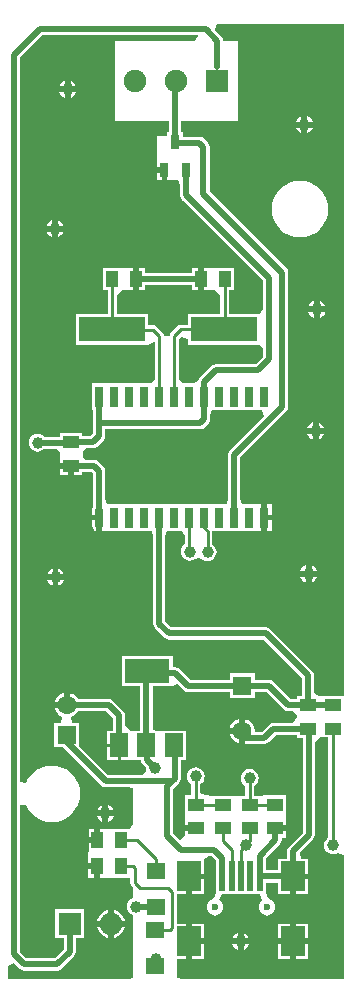
<source format=gtl>
G04*
G04 #@! TF.GenerationSoftware,Altium Limited,Altium Designer,19.0.9 (268)*
G04*
G04 Layer_Physical_Order=1*
G04 Layer_Color=255*
%FSLAX25Y25*%
%MOIN*%
G70*
G01*
G75*
%ADD17C,0.01000*%
%ADD36R,0.03937X0.05709*%
%ADD37R,0.05906X0.05512*%
%ADD38R,0.01968X0.09843*%
%ADD39R,0.07874X0.09843*%
%ADD40R,0.15000X0.07900*%
%ADD41R,0.05900X0.07900*%
%ADD42R,0.05315X0.04331*%
%ADD43R,0.02756X0.07087*%
G04:AMPARAMS|DCode=44|XSize=27.56mil|YSize=70.87mil|CornerRadius=6.89mil|HoleSize=0mil|Usage=FLASHONLY|Rotation=180.000|XOffset=0mil|YOffset=0mil|HoleType=Round|Shape=RoundedRectangle|*
%AMROUNDEDRECTD44*
21,1,0.02756,0.05709,0,0,180.0*
21,1,0.01378,0.07087,0,0,180.0*
1,1,0.01378,-0.00689,0.02854*
1,1,0.01378,0.00689,0.02854*
1,1,0.01378,0.00689,-0.02854*
1,1,0.01378,-0.00689,-0.02854*
%
%ADD44ROUNDEDRECTD44*%
%ADD45R,0.05709X0.03937*%
%ADD46R,0.04331X0.05315*%
%ADD47R,0.22047X0.08268*%
%ADD48R,0.03150X0.05118*%
%ADD49C,0.01968*%
%ADD50C,0.07480*%
%ADD51R,0.07480X0.07480*%
%ADD52C,0.02362*%
%ADD53C,0.06299*%
%ADD54R,0.06299X0.06299*%
%ADD55C,0.03937*%
G36*
X64362Y315748D02*
X63310Y313779D01*
X36909D01*
Y287205D01*
X54867D01*
Y283677D01*
X54216D01*
Y282382D01*
X50772Y282382D01*
X50772Y274622D01*
X50673D01*
Y272047D01*
X53248D01*
Y271063D01*
X54232D01*
Y267504D01*
X55791D01*
X55823Y267504D01*
X57760D01*
X58508Y265832D01*
Y262500D01*
X58662Y261726D01*
X59101Y261069D01*
X86067Y234103D01*
Y224498D01*
X85055Y222949D01*
X84099Y222949D01*
X74856D01*
Y230791D01*
X76492D01*
Y238106D01*
X70587D01*
X70161Y238106D01*
X68618D01*
X68193Y238106D01*
X66437D01*
Y234449D01*
Y230791D01*
X68193D01*
X68618Y230791D01*
X70161D01*
X71797Y229324D01*
Y222949D01*
X61008D01*
Y219344D01*
X58661D01*
X58076Y219228D01*
X57580Y218896D01*
X55474Y216790D01*
X55142Y216294D01*
X55026Y215709D01*
X53084Y215669D01*
X52968Y216255D01*
X52637Y216751D01*
X50589Y218798D01*
X50093Y219129D01*
X49508Y219246D01*
X47653D01*
Y222949D01*
X37356D01*
Y229423D01*
X38992Y230890D01*
X40535D01*
X40961Y230890D01*
X42717D01*
Y234547D01*
Y238205D01*
X40961D01*
X40535Y238205D01*
X38992D01*
X38567Y238205D01*
X32661D01*
Y230890D01*
X34297D01*
Y222949D01*
X23606D01*
Y212681D01*
X47653D01*
Y212694D01*
X49622Y213746D01*
X50026Y213476D01*
Y201378D01*
X48933Y199862D01*
X47209Y199862D01*
X44177Y199862D01*
X42209Y199862D01*
X39177Y199862D01*
X37209Y199862D01*
X34177Y199862D01*
X32209Y199862D01*
X29177D01*
Y190776D01*
X29532D01*
Y186614D01*
Y183180D01*
X28493Y182141D01*
X25705D01*
Y183382D01*
X18390D01*
Y182043D01*
X13115D01*
X13042Y182137D01*
X12422Y182613D01*
X11700Y182912D01*
X10925Y183014D01*
X10150Y182912D01*
X9428Y182613D01*
X8808Y182137D01*
X8332Y181517D01*
X8033Y180795D01*
X7931Y180020D01*
X8033Y179245D01*
X8332Y178523D01*
X8808Y177902D01*
X9428Y177427D01*
X10150Y177128D01*
X10925Y177026D01*
X11700Y177128D01*
X12422Y177427D01*
X13042Y177902D01*
X13115Y177997D01*
X17444D01*
X18390Y177051D01*
Y175508D01*
X18390Y175083D01*
Y173327D01*
X22047D01*
Y172343D01*
X23031D01*
Y169177D01*
X25705D01*
Y170319D01*
X28985D01*
X29532Y169772D01*
Y158973D01*
X29275Y158588D01*
X29144Y157929D01*
Y156059D01*
X31555D01*
Y155075D01*
X32539D01*
Y150503D01*
X34198Y150531D01*
X35334Y150531D01*
X38933Y150531D01*
X40902Y150531D01*
X43933Y150531D01*
X45902Y150531D01*
X48933Y150531D01*
X49532Y148811D01*
Y119606D01*
X49686Y118832D01*
X50125Y118176D01*
X53294Y115006D01*
X53950Y114568D01*
X54724Y114414D01*
X86268D01*
X99060Y101623D01*
Y95685D01*
X97425D01*
Y94641D01*
X95228D01*
X89403Y100466D01*
X88747Y100905D01*
X87972Y101059D01*
X83284D01*
Y103185D01*
X74984D01*
Y100940D01*
X61980D01*
X58274Y104646D01*
X57618Y105085D01*
X56844Y105238D01*
X56044D01*
Y108885D01*
X39044D01*
Y98985D01*
X45221D01*
Y84085D01*
X42094Y84086D01*
X40167Y85574D01*
Y89120D01*
X40013Y89894D01*
X39575Y90550D01*
X36096Y94029D01*
X35440Y94468D01*
X34665Y94622D01*
X24323D01*
X24294Y94691D01*
X23629Y95558D01*
X22762Y96223D01*
X21753Y96641D01*
X21654Y96654D01*
Y92598D01*
X20669D01*
Y91614D01*
X16613D01*
X16626Y91515D01*
X17045Y90506D01*
X17710Y89639D01*
X18577Y88974D01*
X19198Y88717D01*
X18806Y86748D01*
X16520D01*
Y78449D01*
X19477D01*
X32188Y65739D01*
X32844Y65300D01*
X33618Y65146D01*
X40936D01*
X42827Y64961D01*
Y52817D01*
X41748Y51295D01*
X35842D01*
X35811Y51295D01*
X33874D01*
X33843Y51295D01*
X31890D01*
Y47441D01*
X30906D01*
Y46457D01*
X27937D01*
Y44561D01*
X27839Y42634D01*
X27839Y41659D01*
Y39764D01*
X30807D01*
Y38780D01*
X31791D01*
Y34925D01*
X33744D01*
X33776Y34925D01*
X35713D01*
X35744Y34925D01*
X41650D01*
X41876Y33268D01*
X41993Y32682D01*
X42324Y32186D01*
X42827Y31683D01*
Y28314D01*
X42105Y28015D01*
X41485Y27539D01*
X41009Y26919D01*
X40710Y26197D01*
X40608Y25422D01*
X40710Y24647D01*
X41009Y23925D01*
X41485Y23304D01*
X42105Y22829D01*
X42827Y22530D01*
Y1575D01*
X41006Y1220D01*
X1220D01*
Y5635D01*
X3189Y6450D01*
X4967Y4672D01*
X5623Y4233D01*
X6398Y4079D01*
X17520D01*
X18294Y4233D01*
X18950Y4672D01*
X23056Y8778D01*
X23495Y9434D01*
X23649Y10208D01*
Y14945D01*
X26394D01*
Y24425D01*
X16913D01*
Y14945D01*
X19602D01*
Y11046D01*
X16682Y8125D01*
X7236D01*
X5074Y10287D01*
Y59105D01*
X7043Y59397D01*
X7046Y59387D01*
X7916Y57759D01*
X9087Y56332D01*
X10515Y55160D01*
X12143Y54290D01*
X13910Y53754D01*
X15748Y53573D01*
X17586Y53754D01*
X19353Y54290D01*
X20981Y55160D01*
X22409Y56332D01*
X23580Y57759D01*
X24450Y59387D01*
X24986Y61155D01*
X25167Y62992D01*
X24986Y64830D01*
X24450Y66597D01*
X23580Y68225D01*
X22409Y69653D01*
X20981Y70824D01*
X19353Y71694D01*
X17586Y72230D01*
X15748Y72412D01*
X13910Y72230D01*
X12143Y71694D01*
X10515Y70824D01*
X9087Y69653D01*
X7916Y68225D01*
X7046Y66597D01*
X7043Y66587D01*
X5074Y66879D01*
X5074Y308300D01*
X12566Y315792D01*
X64333D01*
X64362Y315748D01*
D02*
G37*
G36*
X61008Y214430D02*
Y212681D01*
X84099D01*
X85055Y212681D01*
X86067Y211132D01*
Y208614D01*
X83611Y206157D01*
X70294D01*
X69520Y206003D01*
X68864Y205564D01*
X65125Y201825D01*
X64869Y201443D01*
X64686Y201169D01*
X63632Y200120D01*
X62784Y199862D01*
X62209Y199862D01*
X59177Y199862D01*
X58084Y201378D01*
Y214482D01*
X59039Y215320D01*
X61008Y214430D01*
D02*
G37*
G36*
X83933Y190776D02*
X85835Y190776D01*
X86588Y188957D01*
X75125Y177494D01*
X74686Y176837D01*
X74532Y176063D01*
Y161339D01*
X73933Y159618D01*
X72209Y159618D01*
X69177Y159618D01*
X67209Y159618D01*
X64177Y159618D01*
X62209Y159618D01*
X59177Y159618D01*
X57209Y159618D01*
X54177Y159618D01*
X52209Y159618D01*
X49177Y159618D01*
X47347Y159618D01*
X44177Y159618D01*
X42209Y159618D01*
X39177Y159618D01*
X37209Y159618D01*
X34177Y159618D01*
X33578Y161338D01*
Y170610D01*
X33424Y171384D01*
X32986Y172041D01*
X31253Y173773D01*
X30597Y174212D01*
X29823Y174366D01*
X26847D01*
X25962Y175251D01*
X26120Y177304D01*
X27417Y178095D01*
X29331D01*
X30105Y178249D01*
X30761Y178688D01*
X32986Y180912D01*
X33424Y181568D01*
X33578Y182343D01*
Y184591D01*
X65256D01*
X66030Y184745D01*
X66686Y185184D01*
X67986Y186483D01*
X68424Y187139D01*
X68578Y187913D01*
Y189055D01*
X69177Y190776D01*
X70902Y190776D01*
X73933Y190776D01*
X75902Y190776D01*
X78933Y190776D01*
X80902Y190776D01*
X83933Y190776D01*
D02*
G37*
G36*
X112953Y95587D02*
X105496D01*
Y95587D01*
X104740Y95685D01*
X103106Y96492D01*
Y102461D01*
X102952Y103235D01*
X102513Y103891D01*
X88537Y117868D01*
X87880Y118306D01*
X87106Y118460D01*
X55562D01*
X53578Y120444D01*
Y148811D01*
X54177Y150531D01*
X55902Y150532D01*
X58933Y150531D01*
X60026Y149016D01*
Y146224D01*
X59497Y145818D01*
X59021Y145198D01*
X58722Y144476D01*
X58620Y143701D01*
X58722Y142926D01*
X59021Y142204D01*
X59497Y141584D01*
X60117Y141108D01*
X60839Y140809D01*
X61614Y140707D01*
X62249Y140790D01*
X62389Y140809D01*
X62389Y140809D01*
X62748Y140957D01*
X63505Y141192D01*
X64614Y141428D01*
X64627Y141429D01*
X65556Y141173D01*
X66271Y140956D01*
X66846Y140717D01*
X66847Y140717D01*
X67043Y140691D01*
X67621Y140615D01*
X68396Y140717D01*
X69118Y141016D01*
X69739Y141492D01*
X70214Y142112D01*
X70513Y142834D01*
X70616Y143609D01*
X70513Y144384D01*
X70214Y145106D01*
X69739Y145727D01*
X69151Y146177D01*
Y148574D01*
X69177Y150489D01*
X71102Y150532D01*
X73933Y150531D01*
X75902Y150532D01*
X78933Y150531D01*
X80902Y150532D01*
X83933Y150531D01*
X85571Y150532D01*
Y155075D01*
Y159618D01*
X84177Y159618D01*
X82209Y159618D01*
X79177Y159618D01*
X78578Y161339D01*
Y175225D01*
X93950Y190597D01*
X94389Y191253D01*
X94543Y192028D01*
Y236713D01*
X94389Y237487D01*
X93950Y238143D01*
X68263Y263830D01*
Y278642D01*
X68109Y279416D01*
X67671Y280072D01*
X66293Y281450D01*
X65636Y281889D01*
X64862Y282043D01*
X59366D01*
Y283677D01*
X58913D01*
Y287205D01*
X77756D01*
X77658Y287303D01*
Y313779D01*
X72889D01*
Y313976D01*
X72735Y314751D01*
X72297Y315407D01*
X70026Y317677D01*
X70842Y319646D01*
X112953D01*
Y95587D01*
D02*
G37*
G36*
X59711Y97487D02*
X60368Y97048D01*
X61142Y96894D01*
X74984D01*
Y94886D01*
X83284D01*
Y97012D01*
X87134D01*
X92959Y91188D01*
X93616Y90749D01*
X94390Y90595D01*
X95971D01*
X97425Y89354D01*
Y88637D01*
X95930Y86669D01*
X89508D01*
X88734Y86515D01*
X88077Y86076D01*
X85717Y83716D01*
X83599D01*
X83319Y84035D01*
X83177Y85119D01*
X82758Y86128D01*
X82093Y86995D01*
X81227Y87660D01*
X80217Y88078D01*
X80118Y88091D01*
Y84035D01*
Y79670D01*
X86555D01*
X87329Y79824D01*
X87986Y80262D01*
X90346Y82623D01*
X97425D01*
Y81480D01*
X99355D01*
Y50051D01*
X94632Y45328D01*
X94194Y44672D01*
X94040Y43898D01*
Y41354D01*
X91126D01*
Y37456D01*
X87063D01*
Y41485D01*
X91686Y46109D01*
X92125Y46765D01*
X92279Y47539D01*
Y48318D01*
X93913D01*
Y50499D01*
X90256D01*
Y52468D01*
X93913D01*
Y54224D01*
X93913Y54649D01*
Y56192D01*
X93913Y56618D01*
Y62523D01*
X87449D01*
X86598Y62523D01*
X86598Y62523D01*
X85547Y62361D01*
Y62361D01*
X83222D01*
Y65640D01*
X83810Y66092D01*
X84286Y66712D01*
X84585Y67434D01*
X84687Y68209D01*
X84585Y68984D01*
X84286Y69706D01*
X83810Y70326D01*
X83190Y70802D01*
X82468Y71101D01*
X81693Y71203D01*
X80918Y71101D01*
X80196Y70802D01*
X79576Y70326D01*
X79100Y69706D01*
X78801Y68984D01*
X78699Y68209D01*
X78801Y67434D01*
X79100Y66712D01*
X79576Y66092D01*
X80164Y65640D01*
Y62361D01*
X77839Y62361D01*
X76492D01*
X75870Y62361D01*
X68783D01*
Y62361D01*
X67339Y62523D01*
Y62523D01*
X67179D01*
X65210Y63240D01*
Y66231D01*
X65798Y66682D01*
X66274Y67302D01*
X66573Y68024D01*
X66675Y68799D01*
X66573Y69574D01*
X66274Y70296D01*
X65798Y70916D01*
X65178Y71392D01*
X64456Y71691D01*
X63681Y71793D01*
X62906Y71691D01*
X62184Y71392D01*
X61564Y70916D01*
X61088Y70296D01*
X60789Y69574D01*
X60687Y68799D01*
X60789Y68024D01*
X61088Y67302D01*
X61564Y66682D01*
X62152Y66231D01*
Y62523D01*
X60024D01*
Y56617D01*
X60024Y56192D01*
Y54649D01*
X60024Y54224D01*
Y52468D01*
X63681D01*
Y50499D01*
X60024D01*
Y48771D01*
X58312Y47699D01*
X56157Y49854D01*
Y64756D01*
X58025Y66624D01*
X58464Y67280D01*
X58618Y68055D01*
Y74185D01*
X60294D01*
Y84085D01*
X52394D01*
Y84086D01*
X51236D01*
X49267Y84186D01*
Y98985D01*
X56044D01*
Y98985D01*
X57577Y99621D01*
X59711Y97487D01*
D02*
G37*
G36*
X107919Y48434D02*
X107332Y47983D01*
X106856Y47363D01*
X106557Y46641D01*
X106455Y45866D01*
X106557Y45091D01*
X106856Y44369D01*
X107332Y43749D01*
X107952Y43273D01*
X108674Y42974D01*
X109449Y42872D01*
X110224Y42974D01*
X110946Y43273D01*
X110984Y43303D01*
X112833Y42562D01*
X112953Y42450D01*
Y1220D01*
X59399D01*
X57577Y1575D01*
Y7858D01*
X60433D01*
Y13780D01*
Y19701D01*
X57577D01*
Y29512D01*
X60433D01*
Y35433D01*
X61417D01*
Y36417D01*
X66354D01*
Y41354D01*
X67944Y42268D01*
X69044D01*
X70418Y40894D01*
Y35433D01*
X70457Y35238D01*
X70457Y29928D01*
D01*
X70439Y29840D01*
X69692Y28181D01*
X69692Y28181D01*
X69167Y27889D01*
X68681Y27618D01*
X68102Y27174D01*
X67658Y26595D01*
X67378Y25920D01*
X67283Y25197D01*
X67378Y24473D01*
X67658Y23799D01*
X68102Y23220D01*
X68681Y22776D01*
X69355Y22497D01*
X70079Y22401D01*
X70802Y22497D01*
X71477Y22776D01*
X72056Y23220D01*
X72500Y23799D01*
X72779Y24473D01*
X72874Y25197D01*
X72779Y25920D01*
X72500Y26595D01*
X72056Y27174D01*
X71589Y27532D01*
X71574Y27543D01*
X71560Y27746D01*
X72361Y29512D01*
X85120D01*
X85921Y27746D01*
X85907Y27543D01*
X85891Y27532D01*
X85425Y27174D01*
X84981Y26595D01*
X84701Y25920D01*
X84606Y25197D01*
X84701Y24473D01*
X84981Y23799D01*
X85425Y23220D01*
X86004Y22776D01*
X86678Y22497D01*
X87402Y22401D01*
X88125Y22497D01*
X88799Y22776D01*
X89378Y23220D01*
X89823Y23799D01*
X90102Y24473D01*
X90197Y25197D01*
X90102Y25920D01*
X89823Y26595D01*
X89378Y27174D01*
X88799Y27618D01*
X88314Y27889D01*
X87789Y28181D01*
X87788Y28181D01*
X87041Y29840D01*
X87024Y29928D01*
Y29928D01*
X87024Y30439D01*
Y33410D01*
X91126D01*
Y29512D01*
X95079D01*
Y35433D01*
X96063D01*
Y36417D01*
X101000D01*
Y41354D01*
X98721D01*
X98349Y43323D01*
X102808Y47782D01*
X103247Y48438D01*
X103401Y49213D01*
Y80067D01*
X104740Y81480D01*
X105496Y81776D01*
Y81776D01*
X105496Y81776D01*
X107919D01*
Y48434D01*
D02*
G37*
G36*
X36121Y88282D02*
Y84085D01*
X34194D01*
Y79635D01*
X38144D01*
Y79135D01*
X38644D01*
Y74185D01*
X41326D01*
X43294Y74185D01*
X44063Y74185D01*
X45364D01*
X45473Y73635D01*
X45912Y72979D01*
X47120Y71771D01*
X47104Y71653D01*
X47169Y71161D01*
X46954Y70554D01*
X45912Y69211D01*
X45881Y69192D01*
X34456D01*
X24819Y78830D01*
Y86748D01*
X22533D01*
X22141Y88717D01*
X22762Y88974D01*
X23629Y89639D01*
X24294Y90506D01*
X24323Y90575D01*
X33827D01*
X36121Y88282D01*
D02*
G37*
%LPC*%
G36*
X21949Y300640D02*
Y298819D01*
X23770D01*
X23558Y299332D01*
X23082Y299952D01*
X22462Y300428D01*
X21949Y300640D01*
D02*
G37*
G36*
X19980D02*
X19467Y300428D01*
X18847Y299952D01*
X18372Y299332D01*
X18159Y298819D01*
X19980D01*
Y300640D01*
D02*
G37*
G36*
X23770Y296850D02*
X21949D01*
Y295029D01*
X22462Y295242D01*
X23082Y295718D01*
X23558Y296338D01*
X23770Y296850D01*
D02*
G37*
G36*
X19980D02*
X18159D01*
X18372Y296338D01*
X18847Y295718D01*
X19467Y295242D01*
X19980Y295029D01*
Y296850D01*
D02*
G37*
G36*
X52264Y270079D02*
X50673D01*
Y267504D01*
X52264D01*
Y270079D01*
D02*
G37*
G36*
X17717Y254183D02*
Y252362D01*
X19538D01*
X19325Y252875D01*
X18849Y253495D01*
X18229Y253971D01*
X17717Y254183D01*
D02*
G37*
G36*
X15748D02*
X15235Y253971D01*
X14615Y253495D01*
X14139Y252875D01*
X13927Y252362D01*
X15748D01*
Y254183D01*
D02*
G37*
G36*
X19538Y250394D02*
X17717D01*
Y248573D01*
X18229Y248785D01*
X18849Y249261D01*
X19325Y249881D01*
X19538Y250394D01*
D02*
G37*
G36*
X15748D02*
X13927D01*
X14139Y249881D01*
X14615Y249261D01*
X15235Y248785D01*
X15748Y248573D01*
Y250394D01*
D02*
G37*
G36*
X44685Y238205D02*
Y234547D01*
Y230890D01*
X46866D01*
Y232426D01*
X62287D01*
Y230791D01*
X64468D01*
Y234449D01*
Y238106D01*
X62287D01*
Y236472D01*
X46866D01*
Y238205D01*
X44685D01*
D02*
G37*
G36*
X21063Y171358D02*
X18390D01*
Y169177D01*
X21063D01*
Y171358D01*
D02*
G37*
G36*
X30571Y154091D02*
X29144D01*
Y152220D01*
X29275Y151561D01*
X29649Y151003D01*
X30207Y150629D01*
X30571Y150557D01*
Y154091D01*
D02*
G37*
G36*
X17913Y138042D02*
Y136221D01*
X19735D01*
X19522Y136733D01*
X19046Y137353D01*
X18426Y137829D01*
X17913Y138042D01*
D02*
G37*
G36*
X15945D02*
X15432Y137829D01*
X14812Y137353D01*
X14336Y136733D01*
X14124Y136221D01*
X15945D01*
Y138042D01*
D02*
G37*
G36*
X19735Y134252D02*
X17913D01*
Y132431D01*
X18426Y132643D01*
X19046Y133119D01*
X19522Y133739D01*
X19735Y134252D01*
D02*
G37*
G36*
X15945D02*
X14124D01*
X14336Y133739D01*
X14812Y133119D01*
X15432Y132643D01*
X15945Y132431D01*
Y134252D01*
D02*
G37*
G36*
X19685Y96654D02*
X19586Y96641D01*
X18577Y96223D01*
X17710Y95558D01*
X17045Y94691D01*
X16626Y93682D01*
X16613Y93583D01*
X19685D01*
Y96654D01*
D02*
G37*
G36*
X34547Y59302D02*
Y57480D01*
X36368D01*
X36156Y57993D01*
X35680Y58613D01*
X35060Y59089D01*
X34547Y59302D01*
D02*
G37*
G36*
X32579D02*
X32066Y59089D01*
X31446Y58613D01*
X30970Y57993D01*
X30758Y57480D01*
X32579D01*
Y59302D01*
D02*
G37*
G36*
X36368Y55512D02*
X34547D01*
Y53691D01*
X35060Y53903D01*
X35680Y54379D01*
X36156Y54999D01*
X36368Y55512D01*
D02*
G37*
G36*
X32579D02*
X30758D01*
X30970Y54999D01*
X31446Y54379D01*
X32066Y53903D01*
X32579Y53691D01*
Y55512D01*
D02*
G37*
G36*
X29921Y51295D02*
X27937D01*
Y48425D01*
X29921D01*
Y51295D01*
D02*
G37*
G36*
X29823Y37795D02*
X27839D01*
Y34925D01*
X29823D01*
Y37795D01*
D02*
G37*
G36*
X36417Y24337D02*
Y20669D01*
X40084D01*
X40051Y20922D01*
X39574Y22076D01*
X38814Y23066D01*
X37824Y23825D01*
X36671Y24303D01*
X36417Y24337D01*
D02*
G37*
G36*
X34449D02*
X34196Y24303D01*
X33042Y23825D01*
X32052Y23066D01*
X31293Y22076D01*
X30815Y20922D01*
X30782Y20669D01*
X34449D01*
Y24337D01*
D02*
G37*
G36*
X40084Y18701D02*
X36417D01*
Y15034D01*
X36671Y15067D01*
X37824Y15544D01*
X38814Y16304D01*
X39574Y17294D01*
X40051Y18448D01*
X40084Y18701D01*
D02*
G37*
G36*
X34449D02*
X30782D01*
X30815Y18448D01*
X31293Y17294D01*
X32052Y16304D01*
X33042Y15544D01*
X34196Y15067D01*
X34449Y15034D01*
Y18701D01*
D02*
G37*
G36*
X100886Y288829D02*
Y287008D01*
X102707D01*
X102495Y287521D01*
X102019Y288141D01*
X101399Y288617D01*
X100886Y288829D01*
D02*
G37*
G36*
X98917D02*
X98405Y288617D01*
X97784Y288141D01*
X97309Y287521D01*
X97096Y287008D01*
X98917D01*
Y288829D01*
D02*
G37*
G36*
X102707Y285039D02*
X100886D01*
Y283218D01*
X101399Y283431D01*
X102019Y283907D01*
X102495Y284527D01*
X102707Y285039D01*
D02*
G37*
G36*
X98917D02*
X97096D01*
X97309Y284527D01*
X97784Y283907D01*
X98405Y283431D01*
X98917Y283218D01*
Y285039D01*
D02*
G37*
G36*
X98425Y267293D02*
X96588Y267112D01*
X94821Y266576D01*
X93192Y265706D01*
X91765Y264534D01*
X90593Y263107D01*
X89723Y261479D01*
X89187Y259712D01*
X89006Y257874D01*
X89187Y256036D01*
X89723Y254269D01*
X90593Y252641D01*
X91765Y251214D01*
X93192Y250042D01*
X94821Y249172D01*
X96588Y248636D01*
X98425Y248455D01*
X100263Y248636D01*
X102030Y249172D01*
X103658Y250042D01*
X105086Y251214D01*
X106257Y252641D01*
X107128Y254269D01*
X107664Y256036D01*
X107845Y257874D01*
X107664Y259712D01*
X107128Y261479D01*
X106257Y263107D01*
X105086Y264534D01*
X103658Y265706D01*
X102030Y266576D01*
X100263Y267112D01*
X98425Y267293D01*
D02*
G37*
G36*
X105020Y227313D02*
Y225492D01*
X106841D01*
X106628Y226005D01*
X106153Y226625D01*
X105533Y227101D01*
X105020Y227313D01*
D02*
G37*
G36*
X103051D02*
X102538Y227101D01*
X101918Y226625D01*
X101442Y226005D01*
X101230Y225492D01*
X103051D01*
Y227313D01*
D02*
G37*
G36*
X106841Y223524D02*
X105020D01*
Y221703D01*
X105533Y221915D01*
X106153Y222391D01*
X106628Y223011D01*
X106841Y223524D01*
D02*
G37*
G36*
X103051D02*
X101230D01*
X101442Y223011D01*
X101918Y222391D01*
X102538Y221915D01*
X103051Y221703D01*
Y223524D01*
D02*
G37*
G36*
X104626Y186762D02*
Y184941D01*
X106447D01*
X106235Y185454D01*
X105759Y186074D01*
X105139Y186550D01*
X104626Y186762D01*
D02*
G37*
G36*
X102657D02*
X102145Y186550D01*
X101525Y186074D01*
X101049Y185454D01*
X100836Y184941D01*
X102657D01*
Y186762D01*
D02*
G37*
G36*
X106447Y182972D02*
X104626D01*
Y181151D01*
X105139Y181364D01*
X105759Y181840D01*
X106235Y182460D01*
X106447Y182972D01*
D02*
G37*
G36*
X102657D02*
X100836D01*
X101049Y182460D01*
X101525Y181840D01*
X102145Y181364D01*
X102657Y181151D01*
Y182972D01*
D02*
G37*
G36*
X87539Y159618D02*
Y156059D01*
X88933D01*
Y159618D01*
X87539D01*
D02*
G37*
G36*
X88933Y154091D02*
X87539D01*
Y150532D01*
X88933D01*
Y154091D01*
D02*
G37*
G36*
X102264Y139124D02*
Y137303D01*
X104085D01*
X103873Y137816D01*
X103397Y138436D01*
X102777Y138912D01*
X102264Y139124D01*
D02*
G37*
G36*
X100295D02*
X99783Y138912D01*
X99162Y138436D01*
X98686Y137816D01*
X98474Y137303D01*
X100295D01*
Y139124D01*
D02*
G37*
G36*
X104085Y135335D02*
X102264D01*
Y133513D01*
X102777Y133726D01*
X103397Y134202D01*
X103873Y134822D01*
X104085Y135335D01*
D02*
G37*
G36*
X100295D02*
X98474D01*
X98686Y134822D01*
X99162Y134202D01*
X99783Y133726D01*
X100295Y133513D01*
Y135335D01*
D02*
G37*
G36*
X78150Y88091D02*
X78051Y88078D01*
X77041Y87660D01*
X76174Y86995D01*
X75509Y86128D01*
X75091Y85119D01*
X75078Y85020D01*
X78150D01*
Y88091D01*
D02*
G37*
G36*
Y83051D02*
X75078D01*
X75091Y82952D01*
X75509Y81943D01*
X76174Y81076D01*
X77041Y80411D01*
X78051Y79993D01*
X78150Y79980D01*
Y83051D01*
D02*
G37*
G36*
X101000Y34449D02*
X97047D01*
Y29512D01*
X101000D01*
Y34449D01*
D02*
G37*
G36*
X66354D02*
X62402D01*
Y29512D01*
X66354D01*
Y34449D01*
D02*
G37*
G36*
X101000Y19701D02*
X97047D01*
Y14764D01*
X101000D01*
Y19701D01*
D02*
G37*
G36*
X66354D02*
X62402D01*
Y14764D01*
X66354D01*
Y19701D01*
D02*
G37*
G36*
X95079D02*
X91126D01*
Y14764D01*
X95079D01*
Y19701D01*
D02*
G37*
G36*
X79626Y16585D02*
Y14764D01*
X81447D01*
X81235Y15277D01*
X80759Y15897D01*
X80139Y16373D01*
X79626Y16585D01*
D02*
G37*
G36*
X77658D02*
X77145Y16373D01*
X76525Y15897D01*
X76049Y15277D01*
X75836Y14764D01*
X77658D01*
Y16585D01*
D02*
G37*
G36*
X81447Y12795D02*
X79626D01*
Y10974D01*
X80139Y11186D01*
X80759Y11662D01*
X81235Y12282D01*
X81447Y12795D01*
D02*
G37*
G36*
X77658D02*
X75836D01*
X76049Y12282D01*
X76525Y11662D01*
X77145Y11186D01*
X77658Y10974D01*
Y12795D01*
D02*
G37*
G36*
X101000Y12795D02*
X97047D01*
Y7858D01*
X101000D01*
Y12795D01*
D02*
G37*
G36*
X95079D02*
X91126D01*
Y7858D01*
X95079D01*
Y12795D01*
D02*
G37*
G36*
X66354D02*
X62402D01*
Y7858D01*
X66354D01*
Y12795D01*
D02*
G37*
G36*
X37644Y78635D02*
X34194D01*
Y74185D01*
X37644D01*
Y78635D01*
D02*
G37*
%LPD*%
D17*
X55610Y18121D02*
Y30413D01*
X55024Y17535D02*
X55610Y18121D01*
X50197Y17535D02*
X55024D01*
X54528Y31496D02*
X55610Y30413D01*
X45177Y31496D02*
X54528D01*
X43406Y33268D02*
X45177Y31496D01*
X43406Y33268D02*
Y38194D01*
X42820Y38780D02*
X43406Y38194D01*
X38681Y38780D02*
X42820D01*
X38780Y47441D02*
X44193D01*
X50295Y41339D01*
Y37205D02*
Y41339D01*
X67621Y143609D02*
Y150489D01*
X65878Y152232D02*
X66555Y152910D01*
X65878Y152232D02*
X67621Y150489D01*
X61555Y143760D02*
Y155075D01*
X66555Y152910D02*
Y155075D01*
X81693Y68209D02*
X81693Y68209D01*
Y59393D02*
Y68209D01*
X63681Y59358D02*
Y68799D01*
X61555Y143760D02*
X61614Y143701D01*
X35728Y217717D02*
X49508D01*
X35630Y217815D02*
X35728Y217717D01*
X49508D02*
X51555Y215669D01*
Y195319D02*
Y215669D01*
X58661Y217815D02*
X73032D01*
X56555Y215709D02*
X58661Y217815D01*
X56555Y195319D02*
Y215709D01*
X35630Y217815D02*
X35827Y218012D01*
Y234547D01*
X73032Y217815D02*
X73327Y218110D01*
Y234449D01*
X72603Y59358D02*
X72638Y59393D01*
X63681Y59358D02*
X72603D01*
X81693Y59393D02*
X81728Y59358D01*
X90256D01*
X78740Y44291D02*
X81693Y47244D01*
X109350Y84744D02*
X109449Y84646D01*
Y45866D02*
Y84646D01*
X81693Y47244D02*
Y51519D01*
X81693Y51519D01*
X78740Y35433D02*
Y44291D01*
X72638Y47244D02*
Y51519D01*
Y47244D02*
X75591Y44291D01*
Y35433D02*
Y44291D01*
D36*
X38780Y47441D02*
D03*
X30906D02*
D03*
X38681Y38780D02*
D03*
X30807D02*
D03*
D37*
X50295Y37205D02*
D03*
Y25394D02*
D03*
X50197Y17535D02*
D03*
Y5724D02*
D03*
D38*
X72441Y35433D02*
D03*
X75591D02*
D03*
X78740D02*
D03*
X81890D02*
D03*
X85039D02*
D03*
D39*
X61417D02*
D03*
X96063D02*
D03*
X61417Y13780D02*
D03*
X96063D02*
D03*
D40*
X47544Y103935D02*
D03*
D41*
X38144Y79135D02*
D03*
X47244D02*
D03*
X56344D02*
D03*
D42*
X22047Y180217D02*
D03*
Y172343D02*
D03*
X101083Y92520D02*
D03*
Y84646D02*
D03*
X63681Y59358D02*
D03*
Y51484D02*
D03*
X90256Y59358D02*
D03*
Y51484D02*
D03*
D43*
X51555Y195319D02*
D03*
X56555D02*
D03*
X61555D02*
D03*
X66555D02*
D03*
X71555D02*
D03*
X76555D02*
D03*
X81555D02*
D03*
X86555D02*
D03*
Y155075D02*
D03*
X81555D02*
D03*
X76555D02*
D03*
X71555D02*
D03*
X66555D02*
D03*
X61555D02*
D03*
X56555D02*
D03*
X51555D02*
D03*
X46555Y155075D02*
D03*
Y195319D02*
D03*
X41555D02*
D03*
X36555D02*
D03*
X31555D02*
D03*
X46555Y155075D02*
D03*
X41555D02*
D03*
X36555D02*
D03*
D44*
X31555D02*
D03*
D45*
X109350Y92618D02*
D03*
Y84744D02*
D03*
X72638Y59393D02*
D03*
Y51519D02*
D03*
X81693Y59393D02*
D03*
Y51519D02*
D03*
D46*
X43701Y234547D02*
D03*
X35827D02*
D03*
X65453Y234449D02*
D03*
X73327D02*
D03*
D47*
X35630Y217815D02*
D03*
X73032D02*
D03*
D48*
X53248Y271063D02*
D03*
X60335D02*
D03*
X56791Y280118D02*
D03*
D49*
X58858Y44291D02*
X69882D01*
X54134Y49016D02*
X58858Y44291D01*
X54134Y49016D02*
Y65594D01*
X20669Y92598D02*
X34665D01*
X38144Y89120D01*
Y79135D02*
Y89120D01*
X101378Y49213D02*
Y84646D01*
X33618Y67169D02*
X55709D01*
X20669Y80118D02*
X33618Y67169D01*
X20669Y80118D02*
Y82598D01*
X56890Y280020D02*
Y300394D01*
X92520Y192028D02*
Y236713D01*
X66240Y262992D02*
X92520Y236713D01*
X66240Y262992D02*
Y278642D01*
X88090Y207776D02*
Y234941D01*
X60532Y262500D02*
X88090Y234941D01*
X60532Y262500D02*
Y270866D01*
X43602Y25422D02*
X50267D01*
X50295Y25394D01*
X21626Y15720D02*
X21654Y15748D01*
X21626Y10208D02*
Y15720D01*
X56890Y300394D02*
X57087Y300590D01*
X56890Y280020D02*
X64862D01*
X84449Y204134D02*
X88090Y207776D01*
X70294Y204134D02*
X84449D01*
X66555Y200395D02*
X70294Y204134D01*
X66555Y195319D02*
Y200395D01*
X10925Y180020D02*
X21850D01*
X22047Y180217D01*
X64862Y280020D02*
X66240Y278642D01*
X54134Y65594D02*
X55709Y67169D01*
X76555Y176063D02*
X92520Y192028D01*
X76555Y155075D02*
Y176063D01*
X60433Y270965D02*
X60532Y270866D01*
X101083Y92618D02*
X109350D01*
X94390D02*
X101083D01*
Y92520D02*
Y92618D01*
X51555Y119606D02*
X54724Y116437D01*
X51555Y119606D02*
Y155075D01*
X54724Y116437D02*
X87106D01*
X101083Y102461D01*
Y92618D02*
Y102461D01*
X47343Y74410D02*
X50098Y71653D01*
X31555Y186614D02*
Y195319D01*
Y182343D02*
Y186614D01*
X65256D01*
X66555Y187913D01*
Y195319D01*
X43701Y234547D02*
X43799Y234449D01*
X65453D01*
X22146Y180118D02*
X29331D01*
X22047Y180217D02*
X22146Y180118D01*
X29331D02*
X31555Y182343D01*
X22047Y172343D02*
X29823D01*
X31555Y170610D01*
Y155075D02*
Y170610D01*
X47343Y74410D02*
Y79037D01*
X47244Y79135D02*
X47343Y79037D01*
X67028Y317815D02*
X70866Y313976D01*
X11728Y317815D02*
X67028D01*
X3051Y309138D02*
X11728Y317815D01*
X6398Y6102D02*
X17520D01*
X3051Y9449D02*
X6398Y6102D01*
X3051Y9449D02*
Y64567D01*
X3051Y309138D02*
X3051Y64567D01*
X80098Y81693D02*
X86555D01*
X79724Y82067D02*
X80098Y81693D01*
X86555D02*
X89508Y84646D01*
X55709Y67169D02*
X56595Y68055D01*
X56344Y79135D02*
X56595Y78885D01*
Y68055D02*
Y78885D01*
X77874Y98917D02*
X79724Y97067D01*
X61142Y98917D02*
X77874D01*
X56844Y103215D02*
X61142Y98917D01*
X109350Y92618D02*
X109350Y92618D01*
X87972Y99036D02*
X94390Y92618D01*
X79134Y99036D02*
X87972D01*
X101083Y84646D02*
X101378D01*
X89508D02*
X101083D01*
X96063Y43898D02*
X101378Y49213D01*
X85039Y35433D02*
X96063D01*
X90256Y47539D02*
Y51484D01*
X85039Y42323D02*
X90256Y47539D01*
X85039Y35433D02*
Y42323D01*
X96063Y35433D02*
Y43898D01*
X61024Y13386D02*
X61417Y13780D01*
X17520Y6102D02*
X21626Y10208D01*
X70866Y305118D02*
Y313976D01*
X69882Y44291D02*
X72441Y41732D01*
Y35433D02*
Y41732D01*
X48264Y103215D02*
X56844D01*
X47544Y103935D02*
X48264Y103215D01*
X47244Y103635D02*
X47544Y103935D01*
X47244Y79135D02*
Y103635D01*
D50*
X43307Y300590D02*
D03*
X57087D02*
D03*
X35433Y19685D02*
D03*
D51*
X70866Y300590D02*
D03*
X21654Y19685D02*
D03*
D52*
X87402Y25197D02*
D03*
X70079D02*
D03*
D53*
X79134Y84035D02*
D03*
X20669Y92598D02*
D03*
D54*
X79134Y99036D02*
D03*
X20669Y82598D02*
D03*
D55*
X43602Y25422D02*
D03*
X50295Y7858D02*
D03*
X33563Y56496D02*
D03*
X78642Y13780D02*
D03*
X103642Y183957D02*
D03*
X104035Y224508D02*
D03*
X20965Y297835D02*
D03*
X99902Y286024D02*
D03*
X16732Y251378D02*
D03*
X16929Y135236D02*
D03*
X101279Y136319D02*
D03*
X10925Y180020D02*
D03*
X67621Y143609D02*
D03*
X50098Y71653D02*
D03*
X81693Y68209D02*
D03*
X63681Y68799D02*
D03*
X61614Y143701D02*
D03*
X109449Y45866D02*
D03*
X80413D02*
D03*
M02*

</source>
